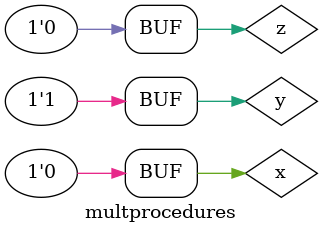
<source format=v>
`timescale 1ns / 1ps
module multprocedures();
reg x = 1'b0;
reg y = 1'b1;
reg z;

always @(z) begin //1st procedure block
$display("\nx=%b, y=%b, z=%b",x,y,z);
end

initial begin //second procedure block
#10 z=~x;
#10 z=x|y;
#10 z= 1;
#10 z=~x;
#10 z=x^x;
#10 z= 0;
#10 z= 1;
#10 z= 0;
#10 z= 1;
#10 z= 0;
#10 z= 1;#10 z= 1;
#10 z= 1;
#10 z= &x;
#10 z= 1;
#10 z= y;
#10 z= 0;

end
endmodule

</source>
